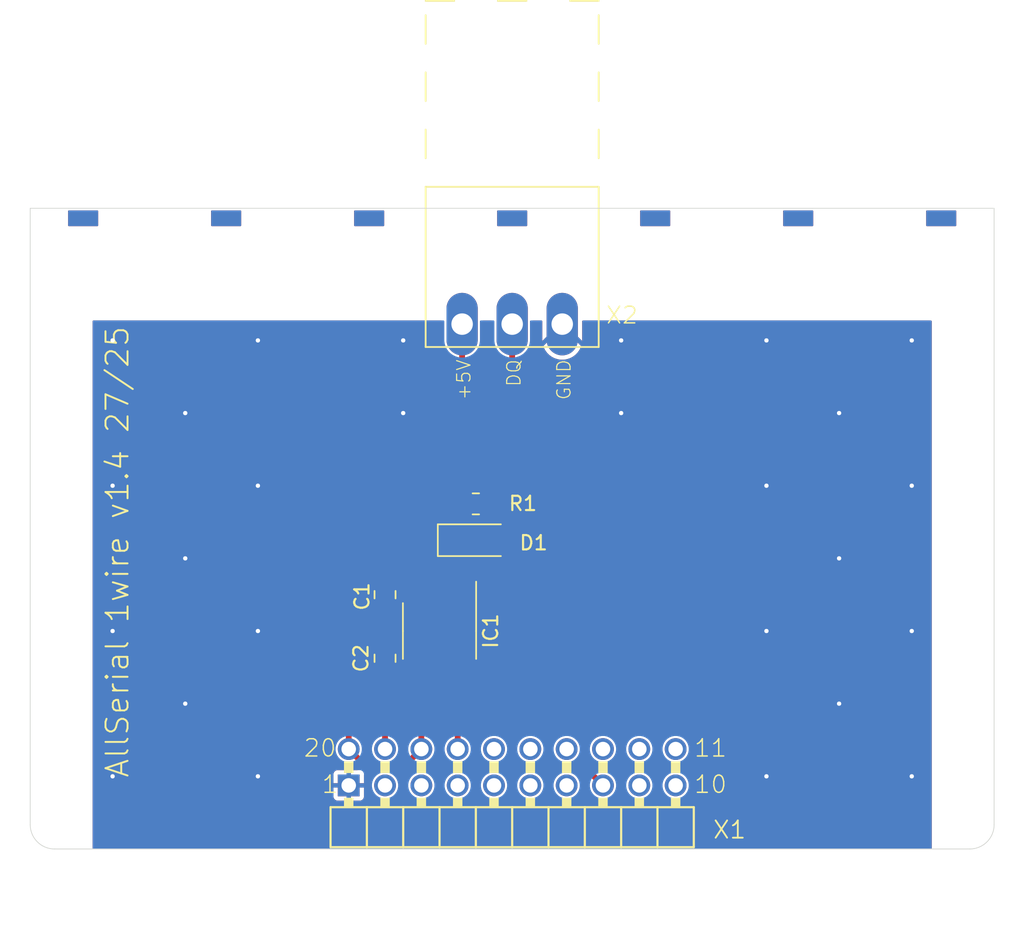
<source format=kicad_pcb>
(kicad_pcb (version 20241229) (generator "pcbnew") (generator_version "9.0")
  (title_block (date "27/25") (rev "v1.4"))
  (layers (0 "F.Cu" signal) (2 "B.Cu" signal) (13 "F.Paste" user) (15 "B.Paste" user) (5 "F.SilkS" user "F.Silkscreen") (7 "B.SilkS" user "B.Silkscreen") (1 "F.Mask" user) (3 "B.Mask" user) (25 "Edge.Cuts" user))
  (net 0 "")
  (net 1 "GND")
  (net 2 "+5V")
  (net 3 "+12V")
  (net 4 "Net-(D1-K)")
  (net 5 "Net-(IC1-TXD)")
  (net 6 "Net-(IC1-RXD)")
  (net 7 "Net-(X2-Pin_2)")
  (footprint "Package_SO:SOIC-8_3.9x4.9mm_P1.27mm" (layer "F.Cu") (at 143.4211 112.1636 -90)
    (property "Reference" "IC1" (at 0 -3.5789 90) (layer "F.SilkS"))
    (property "Value" "DS2480B")
    (fp_line (start 0 2.56) (end -1.95 2.56) (stroke (width 0.12)) (layer "F.SilkS"))
    (fp_line (start 0 2.56) (end 1.95 2.56) (stroke (width 0.12)) (layer "F.SilkS"))
    (fp_line (start 0 -2.56) (end -3.45 -2.56) (stroke (width 0.12)) (layer "F.SilkS"))
    (fp_line (start 0 -2.56) (end 1.95 -2.56) (stroke (width 0.12)) (layer "F.SilkS"))
    (pad "1" smd roundrect (at -2.475 -1.905 270) (size 1.95 0.6) (layers "F.Cu" "F.Mask" "F.Paste") (net 1 "GND"))
    (pad "2" smd roundrect (at -2.475 -0.635 270) (size 1.95 0.6) (layers "F.Cu" "F.Mask" "F.Paste") (net 4 "Net-(D1-K)"))
    (pad "3" smd roundrect (at -2.475 0.635 270) (size 1.95 0.6) (layers "F.Cu" "F.Mask" "F.Paste"))
    (pad "4" smd roundrect (at -2.475 1.905 270) (size 1.95 0.6) (layers "F.Cu" "F.Mask" "F.Paste") (net 2 "+5V"))
    (pad "5" smd roundrect (at 2.475 1.905 270) (size 1.95 0.6) (layers "F.Cu" "F.Mask" "F.Paste") (net 3 "+12V"))
    (pad "6" smd roundrect (at 2.475 0.635 270) (size 1.95 0.6) (layers "F.Cu" "F.Mask" "F.Paste") (net 2 "+5V"))
    (pad "7" smd roundrect (at 2.475 -0.635 270) (size 1.95 0.6) (layers "F.Cu" "F.Mask" "F.Paste") (net 5 "Net-(IC1-TXD)"))
    (pad "8" smd roundrect (at 2.475 -1.905 270) (size 1.95 0.6) (layers "F.Cu" "F.Mask" "F.Paste") (net 6 "Net-(IC1-RXD)"))
  )
  (footprint "Capacitor_SMD:C_0805_2012Metric" (layer "F.Cu") (at 139.6111 114.0686 90)
    (property "Reference" "C2" (at 0 -1.68 90) (layer "F.SilkS"))
    (property "Value" "100n")
    (fp_line (start -0.261252 -0.735) (end 0.261252 -0.735) (stroke (width 0.12)) (layer "F.SilkS"))
    (fp_line (start -0.261252 0.735) (end 0.261252 0.735) (stroke (width 0.12)) (layer "F.SilkS"))
    (pad "1" smd roundrect (at -0.95 0 90) (size 1 1.45) (layers "F.Cu" "F.Mask" "F.Paste") (net 3 "+12V"))
    (pad "2" smd roundrect (at 0.95 0 90) (size 1 1.45) (layers "F.Cu" "F.Mask" "F.Paste") (net 1 "GND"))
  )
  (footprint "AllSerial:SlaveBoard" (layer "F.Cu") (at 148.5011 127.4036)
    (property "Reference" "X1" (at 13.97 -0.635 0) (layer "F.SilkS") (effects (font (size 1.2065 1.2065) (thickness 0.127)) (justify left bottom)))
    (property "Value" "ALLSERIALSLAVE" (hide yes))
    (fp_rect (start -31 -44.6) (end -29 -43.6) (stroke (width 0.1)) (fill yes) (layer "F.Cu"))
    (fp_rect (start -21 -44.6) (end -19 -43.6) (stroke (width 0.1)) (fill yes) (layer "F.Cu"))
    (fp_rect (start -11 -44.6) (end -9 -43.6) (stroke (width 0.1)) (fill yes) (layer "F.Cu"))
    (fp_rect (start -1 -44.6) (end 1 -43.6) (stroke (width 0.1)) (fill yes) (layer "F.Cu"))
    (fp_rect (start 9 -44.6) (end 11 -43.6) (stroke (width 0.1)) (fill yes) (layer "F.Cu"))
    (fp_rect (start 19 -44.6) (end 21 -43.6) (stroke (width 0.1)) (fill yes) (layer "F.Cu"))
    (fp_rect (start 29 -44.6) (end 31 -43.6) (stroke (width 0.1)) (fill yes) (layer "F.Cu"))
    (fp_rect (start -31 -44.6) (end -29 -43.6) (stroke (width 0.1)) (fill yes) (layer "B.Cu"))
    (fp_rect (start -21 -44.6) (end -19 -43.6) (stroke (width 0.1)) (fill yes) (layer "B.Cu"))
    (fp_rect (start -11 -44.6) (end -9 -43.6) (stroke (width 0.1)) (fill yes) (layer "B.Cu"))
    (fp_rect (start -1 -44.6) (end 1 -43.6) (stroke (width 0.1)) (fill yes) (layer "B.Cu"))
    (fp_rect (start 9 -44.6) (end 11 -43.6) (stroke (width 0.1)) (fill yes) (layer "B.Cu"))
    (fp_rect (start 19 -44.6) (end 21 -43.6) (stroke (width 0.1)) (fill yes) (layer "B.Cu"))
    (fp_rect (start 29 -44.6) (end 31 -43.6) (stroke (width 0.1)) (fill yes) (layer "B.Cu"))
    (fp_line (start -12.7 -2.921) (end -12.7 -0.127) (stroke (width 0.1524)) (layer "F.SilkS"))
    (fp_line (start -12.7 -2.921) (end -10.16 -2.921) (stroke (width 0.1524)) (layer "F.SilkS"))
    (fp_line (start -10.16 -2.921) (end -10.16 -0.127) (stroke (width 0.1524)) (layer "F.SilkS"))
    (fp_line (start -10.16 -2.921) (end -7.62 -2.921) (stroke (width 0.1524)) (layer "F.SilkS"))
    (fp_line (start -10.16 -0.127) (end -12.7 -0.127) (stroke (width 0.1524)) (layer "F.SilkS"))
    (fp_line (start -7.62 -2.921) (end -7.62 -0.127) (stroke (width 0.1524)) (layer "F.SilkS"))
    (fp_line (start -7.62 -2.921) (end -5.08 -2.921) (stroke (width 0.1524)) (layer "F.SilkS"))
    (fp_line (start -7.62 -0.127) (end -10.16 -0.127) (stroke (width 0.1524)) (layer "F.SilkS"))
    (fp_line (start -5.08 -2.921) (end -5.08 -0.127) (stroke (width 0.1524)) (layer "F.SilkS"))
    (fp_line (start -5.08 -0.127) (end -7.62 -0.127) (stroke (width 0.1524)) (layer "F.SilkS"))
    (fp_line (start -2.54 -2.921) (end -5.08 -2.921) (stroke (width 0.1524)) (layer "F.SilkS"))
    (fp_line (start -2.54 -2.921) (end -2.54 -0.127) (stroke (width 0.1524)) (layer "F.SilkS"))
    (fp_line (start -2.54 -2.921) (end 0 -2.921) (stroke (width 0.1524)) (layer "F.SilkS"))
    (fp_line (start -2.54 -0.127) (end -5.08 -0.127) (stroke (width 0.1524)) (layer "F.SilkS"))
    (fp_line (start 0 -2.921) (end 0 -0.127) (stroke (width 0.1524)) (layer "F.SilkS"))
    (fp_line (start 0 -2.921) (end 2.54 -2.921) (stroke (width 0.1524)) (layer "F.SilkS"))
    (fp_line (start 0 -0.127) (end -2.54 -0.127) (stroke (width 0.1524)) (layer "F.SilkS"))
    (fp_line (start 2.54 -2.921) (end 2.54 -0.127) (stroke (width 0.1524)) (layer "F.SilkS"))
    (fp_line (start 2.54 -2.921) (end 5.08 -2.921) (stroke (width 0.1524)) (layer "F.SilkS"))
    (fp_line (start 2.54 -0.127) (end 0 -0.127) (stroke (width 0.1524)) (layer "F.SilkS"))
    (fp_line (start 5.08 -2.921) (end 5.08 -0.127) (stroke (width 0.1524)) (layer "F.SilkS"))
    (fp_line (start 5.08 -2.921) (end 7.62 -2.921) (stroke (width 0.1524)) (layer "F.SilkS"))
    (fp_line (start 5.08 -0.127) (end 2.54 -0.127) (stroke (width 0.1524)) (layer "F.SilkS"))
    (fp_line (start 7.62 -2.921) (end 7.62 -0.127) (stroke (width 0.1524)) (layer "F.SilkS"))
    (fp_line (start 7.62 -0.127) (end 5.08 -0.127) (stroke (width 0.1524)) (layer "F.SilkS"))
    (fp_line (start 10.16 -2.921) (end 7.62 -2.921) (stroke (width 0.1524)) (layer "F.SilkS"))
    (fp_line (start 10.16 -2.921) (end 10.16 -0.127) (stroke (width 0.1524)) (layer "F.SilkS"))
    (fp_line (start 10.16 -2.921) (end 12.7 -2.921) (stroke (width 0.1524)) (layer "F.SilkS"))
    (fp_line (start 10.16 -0.127) (end 7.62 -0.127) (stroke (width 0.1524)) (layer "F.SilkS"))
    (fp_line (start 12.7 -2.921) (end 12.7 -0.127) (stroke (width 0.1524)) (layer "F.SilkS"))
    (fp_line (start 12.7 -0.127) (end 10.16 -0.127) (stroke (width 0.1524)) (layer "F.SilkS"))
    (fp_poly (pts (xy -11.0998 -6.1214) (xy -11.7602 -6.1214) (xy -11.7602 -5.3086) (xy -11.0998 -5.3086)) (fill yes) (layer "F.SilkS"))
    (fp_poly (pts (xy -11.0998 -3.5814) (xy -11.7602 -3.5814) (xy -11.7602 -2.921) (xy -11.0998 -2.921)) (fill yes) (layer "F.SilkS"))
    (fp_poly (pts (xy -8.5598 -6.1214) (xy -9.2202 -6.1214) (xy -9.2202 -5.3086) (xy -8.5598 -5.3086)) (fill yes) (layer "F.SilkS"))
    (fp_poly (pts (xy -8.5598 -3.5814) (xy -9.2202 -3.5814) (xy -9.2202 -2.921) (xy -8.5598 -2.921)) (fill yes) (layer "F.SilkS"))
    (fp_poly (pts (xy -6.0198 -6.1214) (xy -6.6802 -6.1214) (xy -6.6802 -5.3086) (xy -6.0198 -5.3086)) (fill yes) (layer "F.SilkS"))
    (fp_poly (pts (xy -6.0198 -3.5814) (xy -6.6802 -3.5814) (xy -6.6802 -2.921) (xy -6.0198 -2.921)) (fill yes) (layer "F.SilkS"))
    (fp_poly (pts (xy -3.4798 -6.1214) (xy -4.1402 -6.1214) (xy -4.1402 -5.3086) (xy -3.4798 -5.3086)) (fill yes) (layer "F.SilkS"))
    (fp_poly (pts (xy -3.4798 -3.5814) (xy -4.1402 -3.5814) (xy -4.1402 -2.921) (xy -3.4798 -2.921)) (fill yes) (layer "F.SilkS"))
    (fp_poly (pts (xy -0.9398 -6.1214) (xy -1.6002 -6.1214) (xy -1.6002 -5.3086) (xy -0.9398 -5.3086)) (fill yes) (layer "F.SilkS"))
    (fp_poly (pts (xy -0.9398 -3.5814) (xy -1.6002 -3.5814) (xy -1.6002 -2.921) (xy -0.9398 -2.921)) (fill yes) (layer "F.SilkS"))
    (fp_poly (pts (xy 1.6002 -6.1214) (xy 0.9398 -6.1214) (xy 0.9398 -5.3086) (xy 1.6002 -5.3086)) (fill yes) (layer "F.SilkS"))
    (fp_poly (pts (xy 1.6002 -3.5814) (xy 0.9398 -3.5814) (xy 0.9398 -2.921) (xy 1.6002 -2.921)) (fill yes) (layer "F.SilkS"))
    (fp_poly (pts (xy 4.1402 -6.1214) (xy 3.4798 -6.1214) (xy 3.4798 -5.3086) (xy 4.1402 -5.3086)) (fill yes) (layer "F.SilkS"))
    (fp_poly (pts (xy 4.1402 -3.5814) (xy 3.4798 -3.5814) (xy 3.4798 -2.921) (xy 4.1402 -2.921)) (fill yes) (layer "F.SilkS"))
    (fp_poly (pts (xy 6.6802 -6.1214) (xy 6.0198 -6.1214) (xy 6.0198 -5.3086) (xy 6.6802 -5.3086)) (fill yes) (layer "F.SilkS"))
    (fp_poly (pts (xy 6.6802 -3.5814) (xy 6.0198 -3.5814) (xy 6.0198 -2.921) (xy 6.6802 -2.921)) (fill yes) (layer "F.SilkS"))
    (fp_poly (pts (xy 9.2202 -6.1214) (xy 8.5598 -6.1214) (xy 8.5598 -5.3086) (xy 9.2202 -5.3086)) (fill yes) (layer "F.SilkS"))
    (fp_poly (pts (xy 9.2202 -3.5814) (xy 8.5598 -3.5814) (xy 8.5598 -2.921) (xy 9.2202 -2.921)) (fill yes) (layer "F.SilkS"))
    (fp_poly (pts (xy 11.7602 -6.1214) (xy 11.0998 -6.1214) (xy 11.0998 -5.3086) (xy 11.7602 -5.3086)) (fill yes) (layer "F.SilkS"))
    (fp_poly (pts (xy 11.7602 -3.5814) (xy 11.0998 -3.5814) (xy 11.0998 -2.921) (xy 11.7602 -2.921)) (fill yes) (layer "F.SilkS"))
    (fp_line (start -33.7 -44.8) (end 33.7 -44.8) (stroke (width 0.05)) (layer "Edge.Cuts"))
    (fp_line (start -33.7 -1.7) (end -33.7 -44.8) (stroke (width 0.05)) (layer "Edge.Cuts"))
    (fp_line (start 32 0) (end -32 0) (stroke (width 0.05)) (layer "Edge.Cuts"))
    (fp_line (start 33.7 -44.8) (end 33.7 -1.7) (stroke (width 0.05)) (layer "Edge.Cuts"))
    (fp_arc (start -32 0) (mid -33.202082 -0.497918) (end -33.7 -1.7) (stroke (width 0.05)) (layer "Edge.Cuts"))
    (fp_arc (start 33.7 -1.7) (mid 33.202082 -0.497918) (end 32 0) (stroke (width 0.05)) (layer "Edge.Cuts"))
    (fp_text user "1" (at -13.38 -3.81 0) (layer "F.SilkS") (effects (font (size 1.2065 1.2065) (thickness 0.1016)) (justify left bottom)))
    (fp_text user "20" (at -14.65 -6.35 0) (layer "F.SilkS") (effects (font (size 1.2065 1.2065) (thickness 0.1016)) (justify left bottom)))
    (fp_text user "11" (at 12.655 -6.35 0) (layer "F.SilkS") (effects (font (size 1.2065 1.2065) (thickness 0.1016)) (justify left bottom)))
    (fp_text user "10" (at 12.655 -3.81 0) (layer "F.SilkS") (effects (font (size 1.2065 1.2065) (thickness 0.1016)) (justify left bottom)))
    (pad "1" thru_hole rect (at -11.43 -4.445 180) (size 1.524 1.524) (drill 1.016) (layers "*.Cu" "*.Mask") (net 1 "GND"))
    (pad "2" thru_hole circle (at -8.89 -4.445 180) (size 1.524 1.524) (drill 1.016) (layers "*.Cu" "*.Mask"))
    (pad "3" thru_hole circle (at -6.35 -4.445 180) (size 1.524 1.524) (drill 1.016) (layers "*.Cu" "*.Mask"))
    (pad "4" thru_hole circle (at -3.81 -4.445 180) (size 1.524 1.524) (drill 1.016) (layers "*.Cu" "*.Mask"))
    (pad "5" thru_hole circle (at -1.27 -4.445 180) (size 1.524 1.524) (drill 1.016) (layers "*.Cu" "*.Mask"))
    (pad "6" thru_hole circle (at 1.27 -4.445 180) (size 1.524 1.524) (drill 1.016) (layers "*.Cu" "*.Mask"))
    (pad "7" thru_hole circle (at 3.81 -4.445 180) (size 1.524 1.524) (drill 1.016) (layers "*.Cu" "*.Mask"))
    (pad "8" thru_hole circle (at 6.35 -4.445 180) (size 1.524 1.524) (drill 1.016) (layers "*.Cu" "*.Mask") (net 6 "Net-(IC1-RXD)"))
    (pad "9" thru_hole circle (at 8.89 -4.445 180) (size 1.524 1.524) (drill 1.016) (layers "*.Cu" "*.Mask"))
    (pad "10" thru_hole circle (at 11.43 -4.445 180) (size 1.524 1.524) (drill 1.016) (layers "*.Cu" "*.Mask"))
    (pad "11" thru_hole circle (at 11.43 -6.985 180) (size 1.524 1.524) (drill 1.016) (layers "*.Cu" "*.Mask"))
    (pad "12" thru_hole circle (at 8.89 -6.985 180) (size 1.524 1.524) (drill 1.016) (layers "*.Cu" "*.Mask"))
    (pad "13" thru_hole circle (at 6.35 -6.985 180) (size 1.524 1.524) (drill 1.016) (layers "*.Cu" "*.Mask"))
    (pad "14" thru_hole circle (at 3.81 -6.985 180) (size 1.524 1.524) (drill 1.016) (layers "*.Cu" "*.Mask"))
    (pad "15" thru_hole circle (at 1.27 -6.985 180) (size 1.524 1.524) (drill 1.016) (layers "*.Cu" "*.Mask"))
    (pad "16" thru_hole circle (at -1.27 -6.985 180) (size 1.524 1.524) (drill 1.016) (layers "*.Cu" "*.Mask"))
    (pad "17" thru_hole circle (at -3.81 -6.985 180) (size 1.524 1.524) (drill 1.016) (layers "*.Cu" "*.Mask") (net 5 "Net-(IC1-TXD)"))
    (pad "18" thru_hole circle (at -6.35 -6.985 180) (size 1.524 1.524) (drill 1.016) (layers "*.Cu" "*.Mask") (net 2 "+5V"))
    (pad "19" thru_hole circle (at -8.89 -6.985 180) (size 1.524 1.524) (drill 1.016) (layers "*.Cu" "*.Mask") (net 3 "+12V"))
    (pad "20" thru_hole circle (at -11.43 -6.985 180) (size 1.524 1.524) (drill 1.016) (layers "*.Cu" "*.Mask") (net 2 "+5V"))
  )
  (footprint "Diode_SMD:D_MiniMELF" (layer "F.Cu") (at 145.9611 105.8136)
    (property "Reference" "D1" (at 4.0389 0.1864 0) (layer "F.SilkS"))
    (property "Value" "BZV 55-C15")
    (fp_line (start -2.66 -1.11) (end -2.66 1.11) (stroke (width 0.12)) (layer "F.SilkS"))
    (fp_line (start -2.66 1.11) (end 1.75 1.11) (stroke (width 0.12)) (layer "F.SilkS"))
    (fp_line (start 1.75 -1.11) (end -2.66 -1.11) (stroke (width 0.12)) (layer "F.SilkS"))
    (pad "1" smd roundrect (at -1.75 0) (size 1.3 1.7) (layers "F.Cu" "F.Mask" "F.Paste") (roundrect_rratio 0.1923076923) (net 4 "Net-(D1-K)"))
    (pad "2" smd roundrect (at 1.75 0) (size 1.3 1.7) (layers "F.Cu" "F.Mask" "F.Paste") (roundrect_rratio 0.1923076923) (net 1 "GND"))
  )
  (footprint "Capacitor_SMD:C_0805_2012Metric" (layer "F.Cu") (at 139.6111 109.6236 -90)
    (property "Reference" "C1" (at 0.1264 1.6111 270) (layer "F.SilkS"))
    (property "Value" "100n")
    (fp_line (start -0.261252 0.735) (end 0.261252 0.735) (stroke (width 0.12)) (layer "F.SilkS"))
    (fp_line (start -0.261252 -0.735) (end 0.261252 -0.735) (stroke (width 0.12)) (layer "F.SilkS"))
    (pad "1" smd roundrect (at -0.95 0 270) (size 1 1.45) (layers "F.Cu" "F.Mask" "F.Paste") (net 2 "+5V"))
    (pad "2" smd roundrect (at 0.95 0 270) (size 1 1.45) (layers "F.Cu" "F.Mask" "F.Paste") (net 1 "GND"))
  )
  (footprint "Resistor_SMD:R_0805_2012Metric" (layer "F.Cu") (at 145.9611 103.2736)
    (property "Reference" "R1" (at 3.2889 -0.0236 0) (layer "F.SilkS"))
    (property "Value" "100")
    (fp_line (start -0.227064 -0.735) (end 0.227064 -0.735) (stroke (width 0.12)) (layer "F.SilkS"))
    (fp_line (start -0.227064 0.735) (end 0.227064 0.735) (stroke (width 0.12)) (layer "F.SilkS"))
    (pad "1" smd roundrect (at -0.9125 0) (size 1.025 1.4) (layers "F.Cu" "F.Mask" "F.Paste") (roundrect_rratio 0.243902) (net 4 "Net-(D1-K)"))
    (pad "2" smd roundrect (at 0.9125 0) (size 1.025 1.4) (layers "F.Cu" "F.Mask" "F.Paste") (roundrect_rratio 0.243902) (net 7 "Net-(X2-Pin_2)"))
  )
  (footprint "AllSerial:Metz_PT11303HBBN_182" (layer "F.Cu") (at 148.5011 90.7036 180)
    (property "Reference" "X2" (at -6.4989 -0.0614 180) (layer "F.SilkS") (effects (font (size 1.1684 1.1684) (thickness 0.1016)) (justify left bottom)))
    (property "Value" "AKL18X-03W")
    (fp_line (start 6.05 22.6) (end 4.05 22.6) (stroke (width 0.127)) (layer "F.SilkS"))
    (fp_line (start 6.05 19.6) (end 6.05 21.6) (stroke (width 0.127)) (layer "F.SilkS"))
    (fp_line (start 6.05 15.6) (end 6.05 17.6) (stroke (width 0.127)) (layer "F.SilkS"))
    (fp_line (start 6.05 11.6) (end 6.05 13.6) (stroke (width 0.127)) (layer "F.SilkS"))
    (fp_line (start 6.05 9.6) (end -6.05 9.6) (stroke (width 0.127)) (layer "F.SilkS"))
    (fp_line (start 6.05 -1.6) (end 6.05 9.6) (stroke (width 0.127)) (layer "F.SilkS"))
    (fp_line (start -1 22.6) (end 1 22.6) (stroke (width 0.127)) (layer "F.SilkS"))
    (fp_line (start -6.05 22.6) (end -4.05 22.6) (stroke (width 0.127)) (layer "F.SilkS"))
    (fp_line (start -6.05 19.6) (end -6.05 21.6) (stroke (width 0.127)) (layer "F.SilkS"))
    (fp_line (start -6.05 15.6) (end -6.05 17.6) (stroke (width 0.127)) (layer "F.SilkS"))
    (fp_line (start -6.05 11.6) (end -6.05 13.6) (stroke (width 0.127)) (layer "F.SilkS"))
    (fp_line (start -6.05 9.6) (end -6.05 -1.6) (stroke (width 0.127)) (layer "F.SilkS"))
    (fp_line (start -6.05 -1.6) (end 6.05 -1.6) (stroke (width 0.127)) (layer "F.SilkS"))
    (pad "1" thru_hole oval (at -3.5 0 270) (size 4.3688 2.1844) (drill 1.5) (layers "*.Cu" "*.Mask") (net 1 "GND"))
    (pad "2" thru_hole oval (at 0 0 270) (size 4.3688 2.1844) (drill 1.5) (layers "*.Cu" "*.Mask") (net 7 "Net-(X2-Pin_2)"))
    (pad "3" thru_hole oval (at 3.5 0 270) (size 4.3688 2.1844) (drill 1.5) (layers "*.Cu" "*.Mask") (net 2 "+5V"))
  )
  (gr_text "GND" (at 152.1211 93.1136 90) (layer "F.SilkS") (effects (font (size 0.93472 0.93472) (thickness 0.08128)) (justify right)))
  (gr_text "+5V" (at 145.1211 93.1136 90) (layer "F.SilkS") (effects (font (size 0.93472 0.93472) (thickness 0.08128)) (justify right)))
  (gr_text "AllSerial 1wire ${REVISION} ${ISSUE_DATE}" (at 121.8011 122.5036 90) (layer "F.SilkS") (effects (font (size 1.542288 1.542288) (thickness 0.134112)) (justify left bottom)))
  (gr_text "DQ" (at 148.6211 93.1136 90) (layer "F.SilkS") (effects (font (size 0.93472 0.93472) (thickness 0.08128)) (justify right)))
  (via (at 176.4411 122.3236) (size 0.6048) (drill 0.3) (layers "F.Cu" "B.Cu") (net 1))
  (via (at 166.2811 102.0036) (size 0.6048) (drill 0.3) (layers "F.Cu" "B.Cu") (net 1))
  (via (at 130.7211 122.3236) (size 0.6048) (drill 0.3) (layers "F.Cu" "B.Cu") (net 1))
  (via (at 125.6411 117.2436) (size 0.6048) (drill 0.3) (layers "F.Cu" "B.Cu") (net 1))
  (via (at 130.7211 112.1636) (size 0.6048) (drill 0.3) (layers "F.Cu" "B.Cu") (net 1))
  (via (at 176.4411 112.1636) (size 0.6048) (drill 0.3) (layers "F.Cu" "B.Cu") (net 1))
  (via (at 130.7211 91.8436) (size 0.6048) (drill 0.3) (layers "F.Cu" "B.Cu") (net 1))
  (via (at 171.3611 107.0836) (size 0.6048) (drill 0.3) (layers "F.Cu" "B.Cu") (net 1))
  (via (at 156.1211 96.9236) (size 0.6048) (drill 0.3) (layers "F.Cu" "B.Cu") (net 1))
  (via (at 120.5611 122.3236) (size 0.6048) (drill 0.3) (layers "F.Cu" "B.Cu") (net 1))
  (via (at 130.7211 102.0036) (size 0.6048) (drill 0.3) (layers "F.Cu" "B.Cu") (net 1))
  (via (at 171.3611 117.2436) (size 0.6048) (drill 0.3) (layers "F.Cu" "B.Cu") (net 1))
  (via (at 171.3611 96.9236) (size 0.6048) (drill 0.3) (layers "F.Cu" "B.Cu") (net 1))
  (via (at 140.8811 96.9236) (size 0.6048) (drill 0.3) (layers "F.Cu" "B.Cu") (net 1))
  (via (at 166.2811 122.3236) (size 0.6048) (drill 0.3) (layers "F.Cu" "B.Cu") (net 1))
  (via (at 156.1211 91.8436) (size 0.6048) (drill 0.3) (layers "F.Cu" "B.Cu") (net 1))
  (via (at 120.5611 102.0036) (size 0.6048) (drill 0.3) (layers "F.Cu" "B.Cu") (net 1))
  (via (at 166.2811 91.8436) (size 0.6048) (drill 0.3) (layers "F.Cu" "B.Cu") (net 1))
  (via (at 140.8811 91.8436) (size 0.6048) (drill 0.3) (layers "F.Cu" "B.Cu") (net 1))
  (via (at 120.5611 91.8436) (size 0.6048) (drill 0.3) (layers "F.Cu" "B.Cu") (net 1))
  (via (at 176.4411 91.8436) (size 0.6048) (drill 0.3) (layers "F.Cu" "B.Cu") (net 1))
  (via (at 176.4411 102.0036) (size 0.6048) (drill 0.3) (layers "F.Cu" "B.Cu") (net 1))
  (via (at 166.2811 112.1636) (size 0.6048) (drill 0.3) (layers "F.Cu" "B.Cu") (net 1))
  (via (at 120.5611 112.1636) (size 0.6048) (drill 0.3) (layers "F.Cu" "B.Cu") (net 1))
  (via (at 125.6411 96.9236) (size 0.6048) (drill 0.3) (layers "F.Cu" "B.Cu") (net 1))
  (via (at 125.6411 107.0836) (size 0.6048) (drill 0.3) (layers "F.Cu" "B.Cu") (net 1))
  (segment (start 142.1511 120.4186) (end 140.8811 121.6886) (width 0.4064) (layer "F.Cu") (net 2))
  (segment (start 139.6111 108.6736) (end 138.0211 108.6736) (width 0.4064) (layer "F.Cu") (net 2))
  (segment (start 142.7861 115.237) (end 142.7861 117.8786) (width 0.4064) (layer "F.Cu") (net 2))
  (segment (start 142.1511 118.5136) (end 142.1511 120.4186) (width 0.4064) (layer "F.Cu") (net 2))
  (segment (start 145.0011 99.1536) (end 139.6111 104.5436) (width 0.4064) (layer "F.Cu") (net 2))
  (segment (start 140.8811 121.6886) (end 138.3411 121.6886) (width 0.4064) (layer "F.Cu") (net 2))
  (segment (start 138.0211 108.6736) (end 137.0711 109.6236) (width 0.4064) (layer "F.Cu") (net 2))
  (segment (start 141.5161 109.0902) (end 140.9827 109.0902) (width 0.4064) (layer "F.Cu") (net 2))
  (segment (start 137.0711 109.6236) (end 137.0711 120.4186) (width 0.4064) (layer "F.Cu") (net 2))
  (segment (start 145.0011 90.7036) (end 145.0011 99.1536) (width 0.4064) (layer "F.Cu") (net 2))
  (segment (start 142.7861 117.8786) (end 142.1511 118.5136) (width 0.4064) (layer "F.Cu") (net 2))
  (segment (start 139.6111 108.6736) (end 140.5661 108.6736) (width 0.4064) (layer "F.Cu") (net 2))
  (segment (start 138.3411 121.6886) (end 137.0711 120.4186) (width 0.4064) (layer "F.Cu") (net 2))
  (segment (start 140.5661 108.6736) (end 140.9827 109.0902) (width 0.4064) (layer "F.Cu") (net 2))
  (segment (start 139.6111 104.5436) (end 139.6111 108.6736) (width 0.4064) (layer "F.Cu") (net 2))
  (segment (start 141.5161 115.237) (end 139.8295 115.237) (width 0.4064) (layer "F.Cu") (net 3))
  (segment (start 139.8295 115.237) (end 139.6111 115.0186) (width 0.4064) (layer "F.Cu") (net 3))
  (segment (start 139.6111 120.4186) (end 139.6111 115.0186) (width 0.4064) (layer "F.Cu") (net 3))
  (segment (start 144.2611 105.8136) (end 144.2611 107.1961) (width 0.4064) (layer "F.Cu") (net 4))
  (segment (start 144.2611 105.8136) (end 144.2611 104.9736) (width 0.4064) (layer "F.Cu") (net 4))
  (segment (start 145.0111 103.2736) (end 145.0111 104.2236) (width 0.4064) (layer "F.Cu") (net 4))
  (segment (start 144.2611 107.1961) (end 144.0561 107.4011) (width 0.4064) (layer "F.Cu") (net 4))
  (segment (start 144.2611 104.9736) (end 145.0111 104.2236) (width 0.4064) (layer "F.Cu") (net 4))
  (segment (start 144.0561 107.4011) (end 144.0561 109.0902) (width 0.4064) (layer "F.Cu") (net 4))
  (segment (start 144.6911 119.7836) (end 144.6911 118.5136) (width 0.4064) (layer "F.Cu") (net 5))
  (segment (start 144.6911 120.4186) (end 144.6911 119.7836) (width 0.3048) (layer "F.Cu") (net 5))
  (segment (start 144.6911 118.5136) (end 144.0561 117.8786) (width 0.4064) (layer "F.Cu") (net 5))
  (segment (start 144.0561 117.8786) (end 144.0561 115.237) (width 0.4064) (layer "F.Cu") (net 5))
  (segment (start 153.5811 118.5136) (end 153.5811 121.6886) (width 0.4064) (layer "F.Cu") (net 6))
  (segment (start 154.8511 122.9586) (end 153.5811 121.6886) (width 0.4064) (layer "F.Cu") (net 6))
  (segment (start 145.3261 115.237) (end 145.3261 116.6086) (width 0.4064) (layer "F.Cu") (net 6))
  (segment (start 145.3261 116.6086) (end 145.9611 117.2436) (width 0.4064) (layer "F.Cu") (net 6))
  (segment (start 145.9611 117.2436) (end 152.3111 117.2436) (width 0.4064) (layer "F.Cu") (net 6))
  (segment (start 152.3111 117.2436) (end 153.5811 118.5136) (width 0.4064) (layer "F.Cu") (net 6))
  (segment (start 146.9111 101.0536) (end 148.5011 99.4636) (width 0.4064) (layer "F.Cu") (net 7))
  (segment (start 148.5011 99.4636) (end 148.5011 90.7036) (width 0.4064) (layer "F.Cu") (net 7))
  (segment (start 146.9111 103.2736) (end 146.9111 101.0536) (width 0.4064) (layer "F.Cu") (net 7))
  (zone (net 1) (net_name "GND") (layer "F.Cu") (priority 6) (connect_pads (clearance 0.3048)) (min_thickness 0.127) (fill yes (thermal_gap 0.304) (thermal_bridge_width 0.304))
    (polygon (pts (xy 177.8381 127.5306) (xy 119.1641 127.5306) (xy 119.1641 90.4466) (xy 177.8381 90.4466)))
  )
  (zone (net 1) (net_name "GND") (layer "B.Cu") (priority 6) (connect_pads (clearance 0.000001)) (min_thickness 0.127) (fill yes (thermal_gap 0.304) (thermal_bridge_width 0.304))
    (polygon (pts (xy 177.8381 127.5306) (xy 119.1641 127.5306) (xy 119.1641 90.4466) (xy 177.8381 90.4466)))
  )
)
</source>
